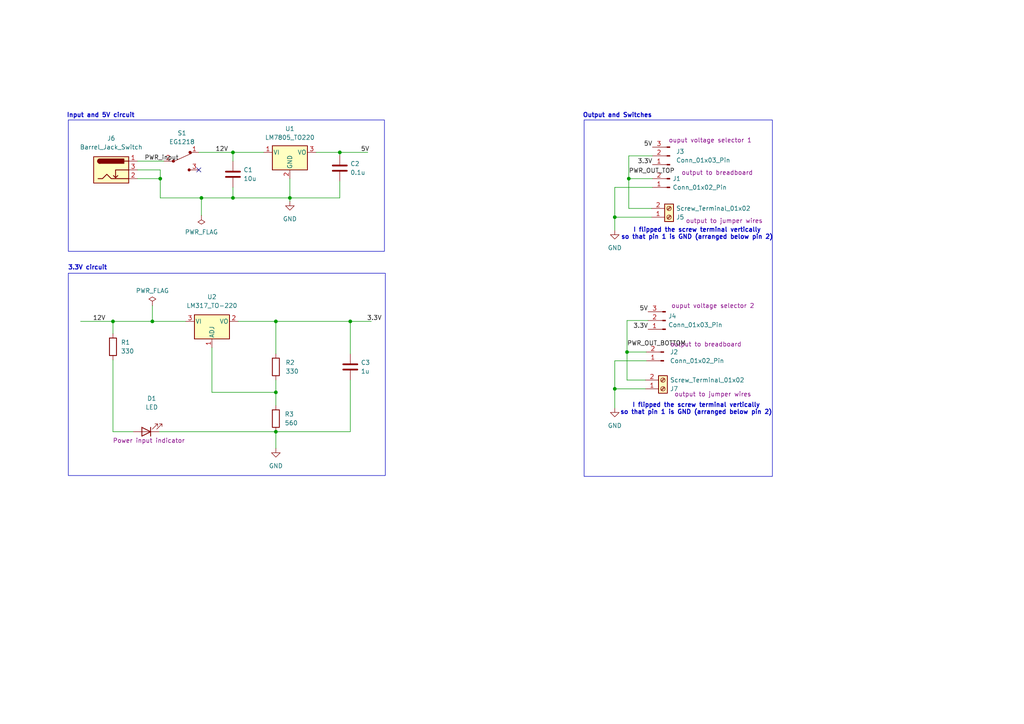
<source format=kicad_sch>
(kicad_sch (version 20231120) (generator "eeschema") (generator_version "8.0")
  (paper "A4")
  (title_block (title "Learning KiCad with a simple project ") (date "2025-06-17") (rev "1") (company "Ved Namjoshi"))
  (lib_symbols
    (symbol "Connector:Barrel_Jack_Switch" (pin_names hide)
      (property "Reference" "J" (at 0 5.334 0))
      (property "Value" "Barrel_Jack_Switch" (at 0 -5.08 0))
      (symbol "Barrel_Jack_Switch_0_1"
        (rectangle (start -5.08 3.81) (end 5.08 -3.81) (stroke (width 0.254)) (fill (type background)))
        (arc (start -3.302 3.175) (mid -3.9343 2.54) (end -3.302 1.905) (stroke (width 0.254)))
        (arc (start -3.302 3.175) (mid -3.9343 2.54) (end -3.302 1.905) (stroke (width 0.254)) (fill (type outline)))
        (polyline (pts (xy 1.27 -2.286) (xy 1.905 -1.651)) (stroke (width 0.254)))
        (polyline (pts (xy 5.08 2.54) (xy 3.81 2.54)) (stroke (width 0.254)))
        (polyline (pts (xy 5.08 0) (xy 1.27 0) (xy 1.27 -2.286) (xy 0.635 -1.651)) (stroke (width 0.254)))
        (polyline (pts (xy -3.81 -2.54) (xy -2.54 -2.54) (xy -1.27 -1.27) (xy 0 -2.54) (xy 2.54 -2.54) (xy 5.08 -2.54)) (stroke (width 0.254)))
        (rectangle (start 3.683 3.175) (end -3.302 1.905) (stroke (width 0.254)) (fill (type outline)))
      )
      (symbol "Barrel_Jack_Switch_1_1"
        (pin passive line (at 7.62 2.54 180) (length 2.54) (name "~") (number "1"))
        (pin passive line (at 7.62 -2.54 180) (length 2.54) (name "~") (number "2"))
        (pin passive line (at 7.62 0 180) (length 2.54) (name "~") (number "3"))
      )
    )
    (symbol "Connector:Conn_01x02_Pin" (pin_names (offset 1.016) hide)
      (property "Reference" "J" (at 0 2.54 0))
      (property "Value" "Conn_01x02_Pin" (at 0 -5.08 0))
      (symbol "Conn_01x02_Pin_1_1"
        (polyline (pts (xy 1.27 -2.54) (xy 0.8636 -2.54)) (stroke (width 0.1524)))
        (polyline (pts (xy 1.27 0) (xy 0.8636 0)) (stroke (width 0.1524)))
        (rectangle (start 0.8636 -2.413) (end 0 -2.667) (stroke (width 0.1524)) (fill (type outline)))
        (rectangle (start 0.8636 0.127) (end 0 -0.127) (stroke (width 0.1524)) (fill (type outline)))
        (pin passive line (at 5.08 0 180) (length 3.81) (name "Pin_1") (number "1"))
        (pin passive line (at 5.08 -2.54 180) (length 3.81) (name "Pin_2") (number "2"))
      )
    )
    (symbol "Connector:Conn_01x03_Pin" (pin_names (offset 1.016) hide)
      (property "Reference" "J" (at 0 5.08 0))
      (property "Value" "Conn_01x03_Pin" (at 0 -5.08 0))
      (symbol "Conn_01x03_Pin_1_1"
        (polyline (pts (xy 1.27 -2.54) (xy 0.8636 -2.54)) (stroke (width 0.1524)))
        (polyline (pts (xy 1.27 0) (xy 0.8636 0)) (stroke (width 0.1524)))
        (polyline (pts (xy 1.27 2.54) (xy 0.8636 2.54)) (stroke (width 0.1524)))
        (rectangle (start 0.8636 -2.413) (end 0 -2.667) (stroke (width 0.1524)) (fill (type outline)))
        (rectangle (start 0.8636 0.127) (end 0 -0.127) (stroke (width 0.1524)) (fill (type outline)))
        (rectangle (start 0.8636 2.667) (end 0 2.413) (stroke (width 0.1524)) (fill (type outline)))
        (pin passive line (at 5.08 2.54 180) (length 3.81) (name "Pin_1") (number "1"))
        (pin passive line (at 5.08 0 180) (length 3.81) (name "Pin_2") (number "2"))
        (pin passive line (at 5.08 -2.54 180) (length 3.81) (name "Pin_3") (number "3"))
      )
    )
    (symbol "Connector:Screw_Terminal_01x02" (pin_names (offset 1.016) hide)
      (property "Reference" "J" (at 0 2.54 0))
      (property "Value" "Screw_Terminal_01x02" (at 0 -5.08 0))
      (symbol "Screw_Terminal_01x02_1_1"
        (rectangle (start -1.27 1.27) (end 1.27 -3.81) (stroke (width 0.254)) (fill (type background)))
        (circle (center 0 -2.54) (radius 0.635) (stroke (width 0.1524)))
        (polyline (pts (xy -0.5334 -2.2098) (xy 0.3302 -3.048)) (stroke (width 0.1524)))
        (polyline (pts (xy -0.5334 0.3302) (xy 0.3302 -0.508)) (stroke (width 0.1524)))
        (polyline (pts (xy -0.3556 -2.032) (xy 0.508 -2.8702)) (stroke (width 0.1524)))
        (polyline (pts (xy -0.3556 0.508) (xy 0.508 -0.3302)) (stroke (width 0.1524)))
        (circle (center 0 0) (radius 0.635) (stroke (width 0.1524)))
        (pin passive line (at -5.08 0 0) (length 3.81) (name "Pin_1") (number "1"))
        (pin passive line (at -5.08 -2.54 0) (length 3.81) (name "Pin_2") (number "2"))
      )
    )
    (symbol "Device:C" (pin_numbers hide) (pin_names (offset 0.254))
      (property "Reference" "C" (at 0.635 2.54 0))
      (property "Value" "C" (at 0.635 -2.54 0))
      (symbol "C_0_1"
        (polyline (pts (xy -2.032 -0.762) (xy 2.032 -0.762)) (stroke (width 0.508)))
        (polyline (pts (xy -2.032 0.762) (xy 2.032 0.762)) (stroke (width 0.508)))
      )
      (symbol "C_1_1"
        (pin passive line (at 0 3.81 270) (length 2.794) (name "~") (number "1"))
        (pin passive line (at 0 -3.81 90) (length 2.794) (name "~") (number "2"))
      )
    )
    (symbol "Device:LED" (pin_numbers hide) (pin_names (offset 1.016) hide)
      (property "Reference" "D" (at 0 2.54 0))
      (property "Value" "LED" (at 0 -2.54 0))
      (symbol "LED_0_1"
        (polyline (pts (xy -1.27 -1.27) (xy -1.27 1.27)) (stroke (width 0.254)))
        (polyline (pts (xy -1.27 0) (xy 1.27 0)))
        (polyline (pts (xy 1.27 -1.27) (xy 1.27 1.27) (xy -1.27 0) (xy 1.27 -1.27)) (stroke (width 0.254)))
        (polyline (pts (xy -3.048 -0.762) (xy -4.572 -2.286) (xy -3.81 -2.286) (xy -4.572 -2.286) (xy -4.572 -1.524)))
        (polyline (pts (xy -1.778 -0.762) (xy -3.302 -2.286) (xy -2.54 -2.286) (xy -3.302 -2.286) (xy -3.302 -1.524)))
      )
      (symbol "LED_1_1"
        (pin passive line (at -3.81 0 0) (length 2.54) (name "K") (number "1"))
        (pin passive line (at 3.81 0 180) (length 2.54) (name "A") (number "2"))
      )
    )
    (symbol "Device:R" (pin_numbers hide) (pin_names (offset 0))
      (property "Reference" "R" (at 2.032 0 90))
      (property "Value" "R" (at 0 0 90))
      (symbol "R_0_1"
        (rectangle (start -1.016 -2.54) (end 1.016 2.54) (stroke (width 0.254)))
      )
      (symbol "R_1_1"
        (pin passive line (at 0 3.81 270) (length 1.27) (name "~") (number "1"))
        (pin passive line (at 0 -3.81 90) (length 1.27) (name "~") (number "2"))
      )
    )
    (symbol "Regulator_Linear:LM317_TO-220" (pin_names (offset 0.254))
      (property "Reference" "U" (at -3.81 3.175 0))
      (property "Value" "LM317_TO-220" (at 0 3.175 0))
      (symbol "LM317_TO-220_0_1"
        (rectangle (start -5.08 1.905) (end 5.08 -5.08) (stroke (width 0.254)) (fill (type background)))
      )
      (symbol "LM317_TO-220_1_1"
        (pin input line (at 0 -7.62 90) (length 2.54) (name "ADJ") (number "1"))
        (pin power_out line (at 7.62 0 180) (length 2.54) (name "VO") (number "2"))
        (pin power_in line (at -7.62 0 0) (length 2.54) (name "VI") (number "3"))
      )
    )
    (symbol "Regulator_Linear:LM7805_TO220" (pin_names (offset 0.254))
      (property "Reference" "U" (at -3.81 3.175 0))
      (property "Value" "LM7805_TO220" (at 0 3.175 0))
      (symbol "LM7805_TO220_0_1"
        (rectangle (start -5.08 1.905) (end 5.08 -5.08) (stroke (width 0.254)) (fill (type background)))
      )
      (symbol "LM7805_TO220_1_1"
        (pin power_in line (at -7.62 0 0) (length 2.54) (name "VI") (number "1"))
        (pin power_in line (at 0 -7.62 90) (length 2.54) (name "GND") (number "2"))
        (pin power_out line (at 7.62 0 180) (length 2.54) (name "VO") (number "3"))
      )
    )
    (symbol "dk_Slide-Switches:EG1218" (pin_names (offset 0))
      (property "Reference" "S" (at -3.81 2.286 0))
      (property "Value" "EG1218" (at 0 -5.334 0))
      (symbol "EG1218_0_1"
        (circle (center -2.286 0) (radius 0.3556) (fill (type outline)))
        (polyline (pts (xy -2.032 0) (xy 3.048 2.286)))
        (circle (center 2.286 -2.54) (radius 0.3556) (fill (type outline)))
        (circle (center 2.54 2.54) (radius 0.3556) (fill (type outline)))
      )
      (symbol "EG1218_1_1"
        (pin passive line (at 5.08 2.54 180) (length 2.54) (name "~") (number "1"))
        (pin passive line (at -5.08 0 0) (length 2.54) (name "~") (number "2"))
        (pin passive line (at 5.08 -2.54 180) (length 2.54) (name "~") (number "3"))
      )
    )
    (symbol "power:GND" (power) (pin_numbers hide) (pin_names (offset 0) hide)
      (property "Value" "GND" (at 0 -3.81 0))
      (symbol "GND_0_1"
        (polyline (pts (xy 0 0) (xy 0 -1.27) (xy 1.27 -1.27) (xy 0 -2.54) (xy -1.27 -1.27) (xy 0 -1.27)))
      )
      (symbol "GND_1_1"
        (pin power_in line (at 0 0 270) (length 0) (name "~") (number "1"))
      )
    )
    (symbol "power:PWR_FLAG" (power) (pin_numbers hide) (pin_names (offset 0) hide)
      (property "Value" "PWR_FLAG" (at 0 3.81 0))
      (symbol "PWR_FLAG_0_0"
        (pin power_out line (at 0 0 90) (length 0) (name "~") (number "1"))
      )
      (symbol "PWR_FLAG_0_1"
        (polyline (pts (xy 0 0) (xy 0 1.27) (xy -1.016 1.905) (xy 0 2.54) (xy 1.016 1.905) (xy 0 1.27)))
      )
    )
  )
  (junction (at 101.6 93.218))
  (junction (at 80.01 113.792))
  (junction (at 44.196 93.218))
  (junction (at 80.01 125.222))
  (junction (at 80.01 93.218))
  (junction (at 178.308 62.992))
  (junction (at 58.42 57.404))
  (junction (at 84.074 57.404))
  (junction (at 32.766 93.218))
  (junction (at 67.564 57.404))
  (junction (at 181.864 102.108))
  (junction (at 182.372 51.816))
  (junction (at 98.552 44.196))
  (junction (at 46.482 51.816))
  (junction (at 67.564 44.196))
  (junction (at 178.308 112.776))
  (no_connect (at 57.658 49.276))
  (wire (pts (xy 80.01 93.218) (xy 80.01 102.616)))
  (wire (pts (xy 61.468 100.838) (xy 61.468 113.792)))
  (wire (pts (xy 181.864 102.108) (xy 181.864 110.236)))
  (wire (pts (xy 67.564 44.196) (xy 67.564 46.736)))
  (wire (pts (xy 80.01 113.792) (xy 80.01 117.602)))
  (wire (pts (xy 61.468 113.792) (xy 80.01 113.792)))
  (wire (pts (xy 80.01 125.222) (xy 80.01 130.048)))
  (wire (pts (xy 178.308 104.648) (xy 178.308 112.776)))
  (wire (pts (xy 178.308 62.992) (xy 178.308 66.802)))
  (wire (pts (xy 32.766 93.218) (xy 32.766 96.774)))
  (wire (pts (xy 189.23 51.816) (xy 182.372 51.816)))
  (wire (pts (xy 46.482 51.816) (xy 46.482 57.404)))
  (wire (pts (xy 101.6 125.222) (xy 80.01 125.222)))
  (wire (pts (xy 91.694 44.196) (xy 98.552 44.196)))
  (wire (pts (xy 39.878 46.736) (xy 47.498 46.736)))
  (wire (pts (xy 84.074 57.404) (xy 98.552 57.404)))
  (wire (pts (xy 98.552 52.578) (xy 98.552 57.404)))
  (wire (pts (xy 58.42 57.404) (xy 67.564 57.404)))
  (wire (pts (xy 187.198 112.776) (xy 178.308 112.776)))
  (wire (pts (xy 101.6 93.218) (xy 101.6 102.616)))
  (wire (pts (xy 69.088 93.218) (xy 80.01 93.218)))
  (wire (pts (xy 57.658 44.196) (xy 67.564 44.196)))
  (wire (pts (xy 58.42 57.404) (xy 58.42 62.484)))
  (wire (pts (xy 39.878 51.816) (xy 46.482 51.816)))
  (wire (pts (xy 98.552 44.196) (xy 106.68 44.196)))
  (wire (pts (xy 80.01 93.218) (xy 101.6 93.218)))
  (wire (pts (xy 181.864 92.964) (xy 181.864 102.108)))
  (wire (pts (xy 98.552 44.196) (xy 98.552 44.958)))
  (wire (pts (xy 32.766 93.218) (xy 44.196 93.218)))
  (wire (pts (xy 80.01 110.236) (xy 80.01 113.792)))
  (wire (pts (xy 187.96 92.964) (xy 181.864 92.964)))
  (wire (pts (xy 187.452 104.648) (xy 178.308 104.648)))
  (wire (pts (xy 46.482 57.404) (xy 58.42 57.404)))
  (wire (pts (xy 101.6 110.236) (xy 101.6 125.222)))
  (wire (pts (xy 182.372 45.212) (xy 182.372 51.816)))
  (wire (pts (xy 182.372 51.816) (xy 182.372 60.452)))
  (wire (pts (xy 67.564 54.356) (xy 67.564 57.404)))
  (wire (pts (xy 67.564 44.196) (xy 76.454 44.196)))
  (wire (pts (xy 44.196 88.646) (xy 44.196 93.218)))
  (wire (pts (xy 182.372 60.452) (xy 188.976 60.452)))
  (wire (pts (xy 23.368 93.218) (xy 32.766 93.218)))
  (wire (pts (xy 178.308 54.356) (xy 178.308 62.992)))
  (wire (pts (xy 39.878 49.276) (xy 46.482 49.276)))
  (wire (pts (xy 46.228 125.222) (xy 80.01 125.222)))
  (wire (pts (xy 32.766 104.394) (xy 32.766 125.222)))
  (wire (pts (xy 181.864 102.108) (xy 187.452 102.108)))
  (wire (pts (xy 101.6 93.218) (xy 107.696 93.218)))
  (wire (pts (xy 44.196 93.218) (xy 53.848 93.218)))
  (wire (pts (xy 188.976 62.992) (xy 178.308 62.992)))
  (wire (pts (xy 84.074 57.404) (xy 84.074 58.42)))
  (wire (pts (xy 67.564 57.404) (xy 84.074 57.404)))
  (wire (pts (xy 189.23 45.212) (xy 182.372 45.212)))
  (wire (pts (xy 46.482 49.276) (xy 46.482 51.816)))
  (wire (pts (xy 189.23 54.356) (xy 178.308 54.356)))
  (wire (pts (xy 187.198 110.236) (xy 181.864 110.236)))
  (wire (pts (xy 178.308 112.776) (xy 178.308 118.364)))
  (wire (pts (xy 32.766 125.222) (xy 38.608 125.222)))
  (wire (pts (xy 84.074 51.816) (xy 84.074 57.404)))
  (rectangle (start 169.418 34.798) (end 224.028 138.176))
  (rectangle (start 19.812 34.798) (end 111.506 72.898))
  (rectangle (start 19.812 79.248) (end 111.76 137.922))
  (text "I flipped the screw terminal vertically\nso that pin 1 is GND (arranged below pin 2)" (at 201.93 118.618 0) (effects (font (size 1.27 1.27) (thickness 0.254) (bold yes))))
  (text "I flipped the screw terminal vertically\nso that pin 1 is GND (arranged below pin 2)" (at 202.184 67.818 0) (effects (font (size 1.27 1.27) (thickness 0.254) (bold yes))))
  (text "Input and 5V circuit" (at 29.21 33.528 0) (effects (font (size 1.27 1.27) (thickness 0.254) (bold yes))))
  (text "3.3V circuit\n\n" (at 25.4 78.74 0) (effects (font (size 1.27 1.27) (thickness 0.254) (bold yes))))
  (text "Output and Switches" (at 179.07 33.528 0) (effects (font (size 1.27 1.27) (thickness 0.254) (bold yes))))
  (label "3.3V" (at 187.96 95.504 180))
  (label "3.3V" (at 189.23 47.752 180))
  (label "PWR_OUT_TOP" (at 182.372 50.546 0))
  (label "PWR_OUT_BOTTOM" (at 181.864 100.584 0))
  (label "PWR_input" (at 41.91 46.736 0))
  (label "3.3V" (at 106.426 93.218 0))
  (label "5V" (at 187.96 90.424 180))
  (label "12V" (at 62.484 44.196 0))
  (label "12V" (at 26.924 93.218 0))
  (label "5V" (at 189.23 42.672 180))
  (label "5V" (at 104.648 44.196 0))
  (symbol (lib_id "Device:R") (at 80.01 121.412 180) (unit 1)
    (property "Reference" "R3" (at 82.55 120.1419 0) (effects (justify right)))
    (property "Value" "560" (at 82.55 122.6819 0) (effects (justify right)))
    (property "Footprint" "Resistor_THT:R_Axial_DIN0204_L3.6mm_D1.6mm_P7.62mm_Horizontal" (effects (hide yes)))
    (property "Description" "Resistor" (effects (hide yes)))
  )
  (symbol (lib_id "power:GND") (at 80.01 130.048 0) (unit 1)
    (property "Reference" "#PWR02" (effects (hide yes)))
    (property "Value" "GND" (at 80.01 135.128 0))
    (property "Description" "Power symbol creates a global label with name \"GND\" , ground" (effects (hide yes)))
  )
  (symbol (lib_id "Connector:Screw_Terminal_01x02") (at 194.056 62.992 0) (mirror x) (unit 1)
    (property "Reference" "J5" (at 196.088 62.9921 0) (effects (justify left)))
    (property "Value" "Screw_Terminal_01x02" (at 196.088 60.4521 0) (effects (justify left)))
    (property "Footprint" "TerminalBlock:TerminalBlock_bornier-2_P5.08mm" (effects (hide yes)))
    (property "Description" "Generic screw terminal, single row, 01x02, script generated (kicad-library-utils/schlib/autogen/connector/)" (effects (hide yes)))
    (property "Purpose" "output to jumper wires" (at 210.058 64.008 0))
  )
  (symbol (lib_id "power:GND") (at 178.308 118.364 0) (unit 1)
    (property "Reference" "#PWR03" (effects (hide yes)))
    (property "Value" "GND" (at 178.308 123.444 0))
    (property "Description" "Power symbol creates a global label with name \"GND\" , ground" (effects (hide yes)))
  )
  (symbol (lib_id "Device:C") (at 67.564 50.546 0) (unit 1)
    (property "Reference" "C1" (at 70.612 49.2759 0) (effects (justify left)))
    (property "Value" "10u" (at 70.612 51.8159 0) (effects (justify left)))
    (property "Footprint" "Capacitor_THT:C_Disc_D3.0mm_W1.6mm_P2.50mm" (effects (hide yes)))
    (property "Description" "Unpolarized capacitor" (effects (hide yes)))
  )
  (symbol (lib_id "Connector:Barrel_Jack_Switch") (at 32.258 49.276 0) (unit 1)
    (property "Reference" "J6" (at 32.258 40.132 0))
    (property "Value" "Barrel_Jack_Switch" (at 32.258 42.672 0))
    (property "Footprint" "Connector_BarrelJack:BarrelJack_Horizontal" (effects (hide yes)))
    (property "Description" "DC Barrel Jack with an internal switch" (effects (hide yes)))
  )
  (symbol (lib_id "Device:LED") (at 42.418 125.222 180) (unit 1)
    (property "Reference" "D1" (at 44.0055 115.57 0))
    (property "Value" "LED" (at 44.0055 118.11 0))
    (property "Footprint" "LED_THT:LED_D5.0mm" (effects (hide yes)))
    (property "Description" "Light emitting diode" (effects (hide yes)))
    (property "Purpose" "Power input indicator" (at 43.18 127.762 0))
  )
  (symbol (lib_id "dk_Slide-Switches:EG1218") (at 52.578 46.736 0) (unit 1)
    (property "Reference" "S1" (at 52.7812 38.608 0))
    (property "Value" "EG1218" (at 52.7812 41.148 0))
    (property "Footprint" "digikey-footprints:Switch_Slide_11.6x4mm_EG1218" (effects (hide yes)))
    (property "Datasheet" "http://spec_sheets.e-switch.com/specs/P040040.pdf" (effects (hide yes)))
    (property "Description" "SWITCH SLIDE SPDT 200MA 30V" (effects (hide yes)))
    (property "Digi-Key_PN" "EG1903-ND" (effects (hide yes)))
    (property "MPN" "EG1218" (effects (hide yes)))
    (property "Category" "Switches" (effects (hide yes)))
    (property "Family" "Slide Switches" (effects (hide yes)))
    (property "DK_Datasheet_Link" "http://spec_sheets.e-switch.com/specs/P040040.pdf" (effects (hide yes)))
    (property "DK_Detail_Page" "/product-detail/en/e-switch/EG1218/EG1903-ND/101726" (effects (hide yes)))
    (property "Description_1" "SWITCH SLIDE SPDT 200MA 30V" (effects (hide yes)))
    (property "Manufacturer" "E-Switch" (effects (hide yes)))
    (property "Status" "Active" (effects (hide yes)))
  )
  (symbol (lib_id "Connector:Conn_01x02_Pin") (at 194.31 54.356 180) (unit 1)
    (property "Reference" "J1" (at 195.072 51.8159 0) (effects (justify right)))
    (property "Value" "Conn_01x02_Pin" (at 195.072 54.3559 0) (effects (justify right)))
    (property "Footprint" "Connector_PinHeader_2.54mm:PinHeader_1x02_P2.54mm_Vertical" (effects (hide yes)))
    (property "Description" "Generic connector, single row, 01x02, script generated" (effects (hide yes)))
    (property "Purpose" "output to breadboard" (at 208.026 50.038 0))
  )
  (symbol (lib_id "Device:R") (at 32.766 100.584 180) (unit 1)
    (property "Reference" "R1" (at 35.052 99.3139 0) (effects (justify right)))
    (property "Value" "330" (at 35.052 101.8539 0) (effects (justify right)))
    (property "Footprint" "Resistor_THT:R_Axial_DIN0204_L3.6mm_D1.6mm_P7.62mm_Horizontal" (effects (hide yes)))
    (property "Description" "Resistor" (effects (hide yes)))
  )
  (symbol (lib_id "Device:C") (at 98.552 48.768 0) (unit 1)
    (property "Reference" "C2" (at 101.6 47.4979 0) (effects (justify left)))
    (property "Value" "0.1u" (at 101.6 50.0379 0) (effects (justify left)))
    (property "Footprint" "Capacitor_THT:C_Disc_D3.0mm_W1.6mm_P2.50mm" (effects (hide yes)))
    (property "Description" "Unpolarized capacitor" (effects (hide yes)))
  )
  (symbol (lib_id "Connector:Screw_Terminal_01x02") (at 192.278 112.776 0) (mirror x) (unit 1)
    (property "Reference" "J7" (at 194.31 112.7761 0) (effects (justify left)))
    (property "Value" "Screw_Terminal_01x02" (at 194.31 110.2361 0) (effects (justify left)))
    (property "Footprint" "TerminalBlock:TerminalBlock_bornier-2_P5.08mm" (effects (hide yes)))
    (property "Description" "Generic screw terminal, single row, 01x02, script generated (kicad-library-utils/schlib/autogen/connector/)" (effects (hide yes)))
    (property "Purpose" "output to jumper wires" (at 206.756 114.3 0))
  )
  (symbol (lib_id "Regulator_Linear:LM317_TO-220") (at 61.468 93.218 0) (unit 1)
    (property "Reference" "U2" (at 61.468 86.106 0))
    (property "Value" "LM317_TO-220" (at 61.468 88.646 0))
    (property "Footprint" "Package_TO_SOT_THT:TO-220-3_Vertical" (effects (hide yes)))
    (property "Datasheet" "http://www.ti.com/lit/ds/symlink/lm317.pdf" (effects (hide yes)))
    (property "Description" "1.5A 35V Adjustable Linear Regulator, TO-220" (effects (hide yes)))
  )
  (symbol (lib_id "Connector:Conn_01x03_Pin") (at 194.31 45.212 180) (unit 1)
    (property "Reference" "J3" (at 196.088 43.9419 0) (effects (justify right)))
    (property "Value" "Conn_01x03_Pin" (at 196.088 46.4819 0) (effects (justify right)))
    (property "Footprint" "Connector_PinHeader_2.54mm:PinHeader_1x03_P2.54mm_Vertical" (effects (hide yes)))
    (property "Description" "Generic connector, single row, 01x03, script generated" (effects (hide yes)))
    (property "Purpose" "ouput voltage selector 1" (at 205.994 40.64 0))
  )
  (symbol (lib_id "power:GND") (at 178.308 66.802 0) (unit 1)
    (property "Reference" "#PWR04" (effects (hide yes)))
    (property "Value" "GND" (at 178.308 71.882 0))
    (property "Description" "Power symbol creates a global label with name \"GND\" , ground" (effects (hide yes)))
  )
  (symbol (lib_id "Connector:Conn_01x03_Pin") (at 193.04 92.964 180) (unit 1)
    (property "Reference" "J4" (at 193.802 91.6939 0) (effects (justify right)))
    (property "Value" "Conn_01x03_Pin" (at 193.802 94.2339 0) (effects (justify right)))
    (property "Footprint" "Connector_PinHeader_2.54mm:PinHeader_1x03_P2.54mm_Vertical" (effects (hide yes)))
    (property "Description" "Generic connector, single row, 01x03, script generated" (effects (hide yes)))
    (property "Purpose" "ouput voltage selector 2" (at 206.756 88.646 0))
  )
  (symbol (lib_id "power:PWR_FLAG") (at 58.42 62.484 180) (unit 1)
    (property "Reference" "#FLG01" (effects (hide yes)))
    (property "Value" "PWR_FLAG" (at 58.42 67.31 0))
    (property "Description" "Special symbol for telling ERC where power comes from" (effects (hide yes)))
  )
  (symbol (lib_id "Device:R") (at 80.01 106.426 180) (unit 1)
    (property "Reference" "R2" (at 82.804 105.1559 0) (effects (justify right)))
    (property "Value" "330" (at 82.804 107.6959 0) (effects (justify right)))
    (property "Footprint" "Resistor_THT:R_Axial_DIN0204_L3.6mm_D1.6mm_P7.62mm_Horizontal" (effects (hide yes)))
    (property "Description" "Resistor" (effects (hide yes)))
  )
  (symbol (lib_id "power:PWR_FLAG") (at 44.196 88.646 0) (unit 1)
    (property "Reference" "#FLG02" (effects (hide yes)))
    (property "Value" "PWR_FLAG" (at 44.196 84.328 0))
    (property "Description" "Special symbol for telling ERC where power comes from" (effects (hide yes)))
  )
  (symbol (lib_id "power:GND") (at 84.074 58.42 0) (unit 1)
    (property "Reference" "#PWR01" (effects (hide yes)))
    (property "Value" "GND" (at 84.074 63.5 0))
    (property "Description" "Power symbol creates a global label with name \"GND\" , ground" (effects (hide yes)))
  )
  (symbol (lib_id "Regulator_Linear:LM7805_TO220") (at 84.074 44.196 0) (unit 1)
    (property "Reference" "U1" (at 84.074 37.338 0))
    (property "Value" "LM7805_TO220" (at 84.074 39.878 0))
    (property "Footprint" "Package_TO_SOT_THT:TO-220-3_Vertical" (effects (hide yes)))
    (property "Datasheet" "https://www.onsemi.cn/PowerSolutions/document/MC7800-D.PDF" (effects (hide yes)))
    (property "Description" "Positive 1A 35V Linear Regulator, Fixed Output 5V, TO-220" (effects (hide yes)))
  )
  (symbol (lib_id "Connector:Conn_01x02_Pin") (at 192.532 104.648 180) (unit 1)
    (property "Reference" "J2" (at 194.31 102.1079 0) (effects (justify right)))
    (property "Value" "Conn_01x02_Pin" (at 194.31 104.6479 0) (effects (justify right)))
    (property "Footprint" "Connector_PinHeader_2.54mm:PinHeader_1x02_P2.54mm_Vertical" (effects (hide yes)))
    (property "Description" "Generic connector, single row, 01x02, script generated" (effects (hide yes)))
    (property "Purpose" "output to breadboard" (at 204.724 99.822 0))
  )
  (symbol (lib_id "Device:C") (at 101.6 106.426 0) (unit 1)
    (property "Reference" "C3" (at 104.648 105.1559 0) (effects (justify left)))
    (property "Value" "1u" (at 104.648 107.6959 0) (effects (justify left)))
    (property "Footprint" "Capacitor_THT:C_Disc_D3.0mm_W1.6mm_P2.50mm" (effects (hide yes)))
    (property "Description" "Unpolarized capacitor" (effects (hide yes)))
  )
)
</source>
